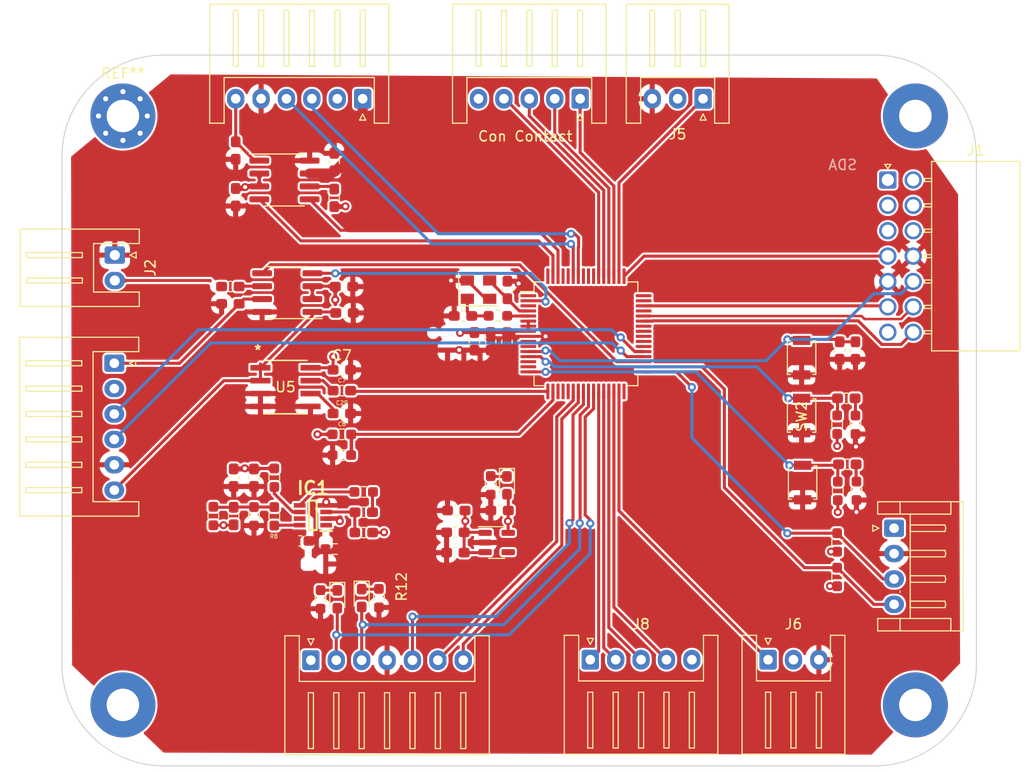
<source format=kicad_pcb>
(kicad_pcb (version 20221018) (generator pcbnew)
  (layers (0 "F.Cu" signal) (1 "In1.Cu" power) (2 "In2.Cu" signal) (31 "B.Cu" signal) (34 "B.Paste" user) (35 "F.Paste" user) (36 "B.SilkS" user "B.Silkscreen") (37 "F.SilkS" user "F.Silkscreen") (38 "B.Mask" user) (39 "F.Mask" user) (44 "Edge.Cuts" user))
  (net 0 "")
  (net 1 "GND")
  (net 2 "/STM32/Quartz 1")
  (net 3 "Net-(C2-Pad2)")
  (net 4 "NRST")
  (net 5 "+3.3V")
  (net 6 "Demarrage")
  (net 7 "Net-(C10-Pad2)")
  (net 8 "7.2V")
  (net 9 "Net-(C14-Pad1)")
  (net 10 "+5V")
  (net 11 "U1OUT1")
  (net 12 "U1OUT2")
  (net 13 "U2OUT2")
  (net 14 "User")
  (net 15 "Net-(C26-Pad2)")
  (net 16 "Rx UART LID")
  (net 17 "Tx UART LID")
  (net 18 "SCL ACC")
  (net 19 "SDA ACC")
  (net 20 "SWDIO")
  (net 21 "SWCLK")
  (net 22 "UART2_RX")
  (net 23 "UART2_TX")
  (net 26 "DEV_EN")
  (net 27 "OUT_IR1")
  (net 28 "OUT_IR2")
  (net 29 "OUT_Contact4")
  (net 30 "OUT_Contact3")
  (net 31 "OUT_Contact2")
  (net 32 "OUT_Contact1")
  (net 33 "OUT_Contact8")
  (net 34 "OUT_Contact7")
  (net 35 "OUT_Contact6")
  (net 36 "OUT_Contact5")
  (net 37 "ENCODER1")
  (net 38 "ENCODER2")
  (net 39 "ENCODER3")
  (net 40 "ENCODER4")
  (net 41 "ADC1")
  (net 42 "ADC2")
  (net 43 "PWM4")
  (net 45 "PWM1")
  (net 46 "PWM2")
  (net 55 "PWM3")
  (net 71 "Lidar_M_SCTR")
  (net 72 "Lidar_Mot_EN")
  (net 73 "/STM32/Quartz 2")
  (net 75 "Net-(IC1-VCC)")
  (net 76 "Net-(IC1-SW)")
  (net 77 "Net-(C17-Pad1)")
  (net 79 "Net-(D1-K)")
  (net 80 "Net-(D2-K)")
  (net 81 "Net-(D3-K)")
  (net 82 "Net-(IC1-PG)")
  (net 83 "Net-(IC1-BST)")
  (net 84 "Net-(IC1-EN{slash}SYNC)")
  (net 85 "Net-(IC1-FB)")
  (net 88 "/Moteur/Vref Driver 1")
  (net 89 "/Moteur/Vref Driver 2")
  (net 90 "Net-(U5-FILTER)")
  (net 91 "Net-(U5-VIOUT)")
  (net 92 "U2OUT1")
  (footprint "Resistor_SMD:R_0603_1608Metric_Pad0.98x0.95mm_HandSolder" (layer "F.Cu") (at 110.9 115.425 90)
    (fp_text reference "R8" hide)
    (fp_text value "16k" hide)
  )
  (footprint "Resistor_SMD:R_0603_1608Metric_Pad0.98x0.95mm_HandSolder" (layer "F.Cu") (at 166.3 118 -90)
    (fp_text reference "R13" hide)
    (fp_text value "1000" hide)
  )
  (footprint "Capacitor_SMD:C_0603_1608Metric_Pad1.08x0.95mm_HandSolder" (layer "F.Cu") (at 130.6 98.1925 90)
    (fp_text reference "C6" hide)
    (fp_text value "4,7 µF" hide)
  )
  (footprint "Resistor_SMD:R_0603_1608Metric_Pad0.98x0.95mm_HandSolder" (layer "F.Cu") (at 166.3 121.4 -90)
    (fp_text reference "R14" hide)
    (fp_text value "1000" hide)
  )
  (footprint "Capacitor_SMD:C_0603_1608Metric_Pad1.08x0.95mm_HandSolder" (layer "F.Cu") (at 133.07 114.855 180)
    (fp_text reference "C19" hide)
    (fp_text value "1uF/10V" hide)
  )
  (footprint "Capacitor_SMD:C_0603_1608Metric_Pad1.08x0.95mm_HandSolder" (layer "F.Cu") (at 116.8 80.5375 90)
    (fp_text reference "C22" hide)
    (fp_text value "1µf" hide)
  )
  (footprint "Package_TO_SOT_SMD:SOT-23-5" (layer "F.Cu") (at 132.7825 118.005)
    (fp_text reference "U2" hide)
    (fp_text value "MIC5317-3.3xM5" hide)
  )
  (footprint "Resistor_SMD:R_0603_1608Metric_Pad0.98x0.95mm_HandSolder" (layer "F.Cu") (at 108.9 115.425 -90)
    (fp_text reference "R9" hide)
    (fp_text value "7.68k" hide)
  )
  (footprint "Capacitor_SMD:C_0603_1608Metric_Pad1.08x0.95mm_HandSolder" (layer "F.Cu") (at 117.55 105.3)
    (fp_text reference "C8" hide)
    (fp_text value "1n" hide)
  )
  (footprint "Connector_JST:JST_XH_S2B-XH-A_1x02_P2.50mm_Horizontal" (layer "F.Cu") (at 95.2 89.7 -90)
    (fp_text reference "J2")
    (fp_text value "Conn_01x02")
  )
  (footprint "Capacitor_SMD:C_0603_1608Metric_Pad1.08x0.95mm_HandSolder" (layer "F.Cu") (at 167.3 110.3)
    (fp_text reference "C10" hide)
    (fp_text value "100nF" hide)
  )
  (footprint "Connector_JST:JST_EH_S4B-EH_1x04_P2.50mm_Horizontal" (layer "F.Cu") (at 171.9 116.6 -90)
    (fp_text reference "J4" hide)
    (fp_text value "Conn_01x04")
  )
  (footprint "Connector_Molex:Molex_Nano-Fit_105314-xx14_2x07_P2.50mm_Horizontal" (layer "F.Cu") (at 171.285 82.3)
    (fp_text reference "J1")
    (fp_text value "Conn_02x07_Odd_Even" hide)
  )
  (footprint "Button_Switch_SMD:SW_SPST_B3U-1000P" (layer "F.Cu") (at 162.8 99.8 -90)
    (fp_text reference "SW3" hide)
    (fp_text value "SW_Omron_B3FS" hide)
  )
  (footprint "Capacitor_SMD:C_0603_1608Metric_Pad1.08x0.95mm_HandSolder" (layer "F.Cu") (at 116.8 84.0625 90)
    (fp_text reference "C27" hide)
    (fp_text value "100n" hide)
  )
  (footprint "Capacitor_SMD:C_0603_1608Metric_Pad1.08x0.95mm_HandSolder" (layer "F.Cu") (at 117.7625 92.8 180)
    (fp_text reference "C23" hide)
    (fp_text value "1µf" hide)
  )
  (footprint "Capacitor_SMD:C_0603_1608Metric_Pad1.08x0.95mm_HandSolder" (layer "F.Cu") (at 108.9 111.625 -90)
    (fp_text reference "C11" hide)
    (fp_text value "22uF" hide)
  )
  (footprint "Capacitor_SMD:C_0603_1608Metric_Pad1.08x0.95mm_HandSolder" (layer "F.Cu") (at 106.575 94.495 180)
    (fp_text reference "C25" hide)
    (fp_text value "1µf" hide)
  )
  (footprint "Resistor_SMD:R_0603_1608Metric_Pad0.98x0.95mm_HandSolder" (layer "F.Cu") (at 104.9 115.4 -90)
    (fp_text reference "R10" hide)
    (fp_text value "40.2k" hide)
  )
  (footprint "LED_SMD:LED_0603_1608Metric_Pad1.05x0.95mm_HandSolder" (layer "F.Cu") (at 119.5 123.475 -90)
    (fp_text reference "D2" hide)
    (fp_text value "LED_Small" hide)
  )
  (footprint "Resistor_SMD:R_0603_1608Metric_Pad0.98x0.95mm_HandSolder" (layer "F.Cu") (at 119.7 113.025 180)
    (fp_text reference "R7" hide)
    (fp_text value "20" hide)
  )
  (footprint "Resistor_SMD:R_0603_1608Metric_Pad0.98x0.95mm_HandSolder" (layer "F.Cu") (at 166.3625 112.925 90)
    (fp_text reference "R4" hide)
    (fp_text value "4.7K" hide)
  )
  (footprint "Resistor_SMD:R_0603_1608Metric_Pad0.98x0.95mm_HandSolder" (layer "F.Cu") (at 121.2 123.4875 -90)
    (fp_text reference "R11" hide)
    (fp_text value "1000" hide)
  )
  (footprint "Connector_JST:JST_XH_S7B-XH-A_1x07_P2.50mm_Horizontal" (layer "F.Cu") (at 114.5 129.6)
    (fp_text reference "J12" hide)
    (fp_text value "Conn_01x07")
  )
  (footprint "Capacitor_SMD:C_0603_1608Metric_Pad1.08x0.95mm_HandSolder" (layer "F.Cu") (at 132.2 98.1925 90)
    (fp_text reference "C5" hide)
    (fp_text value "100 nF" hide)
  )
  (footprint "Resistor_SMD:R_0603_1608Metric_Pad0.98x0.95mm_HandSolder" (layer "F.Cu") (at 132.91 95.68 180)
    (fp_text reference "R1" hide)
    (fp_text value "10R" hide)
  )
  (footprint "" (layer "F.Cu") (at 174 134)
    (fp_text reference "")
    (fp_text value "")
  )
  (footprint "Connector_JST:JST_XH_S5B-XH-A_1x05_P2.50mm_Horizontal" (layer "F.Cu") (at 141 74.3 180)
    (fp_text reference "J9" hide)
    (fp_text value "Conn_01x05" hide)
  )
  (footprint "Capacitor_SMD:C_0603_1608Metric_Pad1.08x0.95mm_HandSolder" (layer "F.Cu") (at 133.84 93.13 -90)
    (fp_text reference "C1" hide)
    (fp_text value "10pF" hide)
  )
  (footprint "Resistor_SMD:R_0603_1608Metric_Pad0.98x0.95mm_HandSolder" (layer "F.Cu") (at 132.2 112.375 -90)
    (fp_text reference "R2" hide)
    (fp_text value "1k" hide)
  )
  (footprint "Resistor_SMD:R_0603_1608Metric_Pad0.98x0.95mm_HandSolder" (layer "F.Cu") (at 116.85 118.65)
    (fp_text reference "R6" hide)
    (fp_text value "100k" hide)
  )
  (footprint "Capacitor_SMD:C_0603_1608Metric_Pad1.08x0.95mm_HandSolder" (layer "F.Cu") (at 106.9 115.4 -90)
    (fp_text reference "C17" hide)
    (fp_text value "15pF" hide)
  )
  (footprint "Button_Switch_SMD:SW_SPST_B3U-1000P" (layer "F.Cu") (at 162.8 105.5 90)
    (fp_text reference "SW2")
    (fp_text value "SW_Omron_B3FS" hide)
  )
  (footprint "Connector_JST:JST_XH_S6B-XH-A_1x06_P2.50mm_Horizontal" (layer "F.Cu") (at 95.15 100.35 -90)
    (fp_text reference "J11" hide)
    (fp_text value "Conn_01x06")
  )
  (footprint "Resistor_SMD:R_0603_1608Metric_Pad0.98x0.95mm_HandSolder" (layer "F.Cu") (at 117.55 109.4 180)
    (fp_text reference "R20" hide)
    (fp_text value "0.5" hide)
  )
  (footprint "Capacitor_SMD:C_0603_1608Metric_Pad1.08x0.95mm_HandSolder" (layer "F.Cu") (at 119.7 115.025 180)
    (fp_text reference "C14" hide)
    (fp_text value "0.1uF" hide)
  )
  (footprint "LED_SMD:LED_0603_1608Metric_Pad1.05x0.95mm_HandSolder" (layer "F.Cu") (at 117.1 123.6 -90)
    (fp_text reference "D3" hide)
    (fp_text value "LED_Small" hide)
  )
  (footprint "Resistor_SMD:R_0603_1608Metric_Pad0.98x0.95mm_HandSolder" (layer "F.Cu") (at 166.3 106.4 90)
    (fp_text reference "R19" hide)
    (fp_text value "4.7K" hide)
  )
  (footprint "Capacitor_SMD:C_0603_1608Metric_Pad1.08x0.95mm_HandSolder" (layer "F.Cu") (at 166.55 99.1 90)
    (fp_text reference "C3" hide)
    (fp_text value "1 µF" hide)
  )
  (footprint "Capacitor_SMD:C_0603_1608Metric_Pad1.08x0.95mm_HandSolder" (layer "F.Cu") (at 133.8 98.205 90)
    (fp_text reference "C4" hide)
    (fp_text value "100 nF" hide)
  )
  (footprint "footprints:8P-SOIC_ALM" (layer "F.Cu") (at 112 102.7)
    (fp_text reference "U5")
    (fp_text value "ACS724LLCTR-05AU-T")
  )
  (footprint "Connector_JST:JST_XH_S5B-XH-A_1x05_P2.50mm_Horizontal" (layer "F.Cu") (at 142 129.55)
    (fp_text reference "J8")
    (fp_text value "Conn_01x05")
  )
  (footprint "Resistor_SMD:R_0603_1608Metric_Pad0.98x0.95mm_HandSolder" (layer "F.Cu") (at 115.45 123.6125 -90)
    (fp_text reference "R12")
    (fp_text value "1000" hide)
  )
  (footprint "Capacitor_SMD:C_0603_1608Metric_Pad1.08x0.95mm_HandSolder" (layer "F.Cu") (at 128.72 117.005 180)
    (fp_text reference "C18" hide)
    (fp_text value "1uF/10V" hide)
  )
  (footprint "Capacitor_SMD:C_0603_1608Metric_Pad1.08x0.95mm_HandSolder" (layer "F.Cu") (at 117.8125 95.395 180)
    (fp_text reference "C24" hide)
    (fp_text value "1µf" hide)
  )
  (footprint "Capacitor_SMD:C_0603_1608Metric_Pad1.08x0.95mm_HandSolder" (layer "F.Cu") (at 107.1 84 90)
    (fp_text reference "C20" hide)
    (fp_text value "1µf" hide)
  )
  (footprint "Package_SO:SOIC-8_3.9x4.9mm_P1.27mm" (layer "F.Cu") (at 112.175 93.395 180)
    (fp_text reference "U4" hide)
    (fp_text value "ZXBM5210-S" hide)
  )
  (footprint "Capacitor_SMD:C_0603_1608Metric_Pad1.08x0.95mm_HandSolder" (layer "F.Cu") (at 117.55 103.05)
    (fp_text reference "C29" hide)
    (fp_text value "10 n" hide)
  )
  (footprint "Crystal:Crystal_SMD_EuroQuartz_MT-4Pin_3.2x2.5mm" (layer "F.Cu") (at 131 93.1)
    (fp_text reference "Y1" hide)
    (fp_text value "16MHz" hide)
  )
  (footprint "Capacitor_SMD:C_0603_1608Metric_Pad1.08x0.95mm_HandSolder" (layer "F.Cu") (at 128.8075 114.855 180)
    (fp_text reference "C16" hide)
    (fp_text value "22uF" hide)
  )
  (footprint "Connector_JST:JST_XH_S3B-XH-A_1x03_P2.50mm_Horizontal" (layer "F.Cu") (at 159.5 129.55)
    (fp_text reference "J6")
    (fp_text value "Conn_01x03")
  )
  (footprint "Capacitor_SMD:C_0603_1608Metric_Pad1.08x0.95mm_HandSolder" (layer "F.Cu") (at 107.1 79.4 90)
    (fp_text reference "C21" hide)
    (fp_text value "1µf" hide)
  )
  (footprint "Resistor_SMD:R_0603_1608Metric_Pad0.98x0.95mm_HandSolder" (layer "F.Cu") (at 168.2 112.9125 -90)
    (fp_text reference "R3" hide)
    (fp_text value "100" hide)
  )
  (footprint "Capacitor_SMD:C_0603_1608Metric_Pad1.08x0.95mm_HandSolder" (layer "F.Cu") (at 168.1 99.1 90)
    (fp_text reference "C9" hide)
    (fp_text value "100nF" hide)
  )
  (footprint "Capacitor_SMD:C_0603_1608Metric_Pad1.08x0.95mm_HandSolder" (layer "F.Cu") (at 167.2 103.8)
    (fp_text reference "C26" hide)
    (fp_text value "100nF" hide)
  )
  (footprint "LED_SMD:LED_0603_1608Metric_Pad1.05x0.95mm_HandSolder" (layer "F.Cu") (at 133.8 112.375 -90)
    (fp_text reference "D1" hide)
    (fp_text value "GREEN" hide)
  )
  (footprint "Capacitor_SMD:C_0603_1608Metric_Pad1.08x0.95mm_HandSolder" (layer "F.Cu") (at 117.55 101)
    (fp_text reference "C7")
    (fp_text value "100n" hide)
  )
  (footprint "Capacitor_SMD:C_0603_1608Metric_Pad1.08x0.95mm_HandSolder" (layer "F.Cu") (at 113.45 117.85 180)
    (fp_text reference "C13" hide)
    (fp_text value "0.1uF" hide)
  )
  (footprint "Capacitor_SMD:C_0603_1608Metric_Pad1.08x0.95mm_HandSolder" (layer "F.Cu") (at 128.72 119.005 180)
    (fp_text reference "C15" hide)
    (fp_text value "22uF" hide)
  )
  (footprint "Capacitor_SMD:C_0603_1608Metric_Pad1.08x0.95mm_HandSolder" (layer "F.Cu") (at 106.575 92.795)
    (fp_text reference "C28" hide)
    (fp_text value "100n" hide)
  )
  (footprint "Resistor_SMD:R_0603_1608Metric_Pad0.98x0.95mm_HandSolder" (layer "F.Cu") (at 168.1 106.4125 -90)
    (fp_text reference "R18" hide)
    (fp_text value "100" hide)
  )
  (footprint "Resistor_SMD:R_0603_1608Metric_Pad0.98x0.95mm_HandSolder" (layer "F.Cu") (at 117.55 107.35)
    (fp_text reference "R16" hide)
    (fp_text value "0.5" hide)
  )
  (footprint "" (layer "F.Cu") (at 96 134)
    (fp_text reference "")
    (fp_text value "")
  )
  (footprint "Connector_JST:JST_XH_S3B-XH-A_1x03_P2.50mm_Horizontal" (layer "F.Cu") (at 153.1 74.3 180)
    (fp_text reference "J5")
    (fp_text value "Conn_01x03")
  )
  (footprint "Inductor_SMD:L_0603_1608Metric_Pad1.05x0.95mm_HandSolder" (layer "F.Cu") (at 119.7 117.025)
    (fp_text reference "L2" hide)
    (fp_text value "4.7uH" hide)
  )
  (footprint "Package_SO:SOIC-8_3.9x4.9mm_P1.27mm" (layer "F.Cu") (at 111.9 82.3)
    (fp_text reference "U3" hide)
    (fp_text value "ZXBM5210-S" hide)
  )
  (footprint "Capacitor_SMD:C_0603_1608Metric_Pad1.08x0.95mm_HandSolder" (layer "F.Cu") (at 129.47 95.69)
    (fp_text reference "C2" hide)
    (fp_text value "10pF" hide)
  )
  (footprint "KiCad:SOT65P280X100-8N" (layer "F.Cu") (at 114.7 115.325 180)
    (fp_text reference "IC1")
    (fp_text value "MP1475" hide)
  )
  (footprint "Connector_JST:JST_XH_S6B-XH-A_1x06_P2.50mm_Horizontal" (layer "F.Cu") (at 119.6 74.3 180)
    (fp_text reference "J10" hide)
    (fp_text value "Conn_01x06")
  )
  (footprint "Capacitor_SMD:C_0603_1608Metric_Pad1.08x0.95mm_HandSolder" (layer "F.Cu") (at 106.9 111.625 -90)
    (fp_text reference "C12" hide)
    (fp_text value "22uF" hide)
  )
  (footprint "MountingHole:MountingHole_3.2mm_M3_Pad_Via" (layer "F.Cu") (at 96 76)
    (fp_text reference "REF**")
    (fp_text value "MountingHole_3.2mm_M3_Pad_Via" hide)
  )
  (footprint "" (layer "F.Cu") (at 95 76)
    (fp_text reference "")
    (fp_text value "")
  )
  (footprint "Package_QFP:LQFP-64_10x10mm_P0.5mm" (layer "F.Cu") (at 141.575 97.45)
    (fp_text reference "U1" hide)
    (fp_text value "STM32G070RBTx" hide)
  )
  (footprint "Resistor_SMD:R_0603_1608Metric_Pad0.98x0.95mm_HandSolder" (layer "F.Cu") (at 110.9 111.625 -90)
    (fp_text reference "R5" hide)
    (fp_text value "1OOk" hide)
  )
  (footprint "Button_Switch_SMD:SW_SPST_B3U-1000P" (layer "F.Cu") (at 162.9 112.1 90)
    (fp_text reference "SW1" hide)
    (fp_text value "SW_DIP_x01" hide)
  )
  (gr_arc (start 90 80) (mid 92.928932 72.928932) (end 100 70) (stroke (width 0.1)) (layer "Edge.Cuts"))
  (gr_line (start 100 140) (end 170 140) (stroke (width 0.1)) (layer "Edge.Cuts"))
  (gr_arc (start 180 130) (mid 177.071068 137.071068) (end 170 140) (stroke (width 0.1)) (layer "Edge.Cuts"))
  (gr_line (start 180 130) (end 180 80) (stroke (width 0.1)) (layer "Edge.Cuts"))
  (gr_line (start 170 70) (end 100 70) (stroke (width 0.1)) (layer "Edge.Cuts"))
  (gr_arc (start 170 70) (mid 177.071068 72.928932) (end 180 80) (stroke (width 0.1)) (layer "Edge.Cuts"))
  (gr_line (start 90 80) (end 90 130) (stroke (width 0.1)) (layer "Edge.Cuts"))
  (gr_arc (start 100 140) (mid 92.928932 137.071068) (end 90 130) (stroke (width 0.1)) (layer "Edge.Cuts"))
  (gr_text "SDA" (at 168.35 81.4) (layer "B.SilkS") (effects (font (size 1 1)) (justify left bottom mirror)))
  (segment (start 132.1 94) (end 131.7 94) (width 0.3) (layer "F.Cu") (net 1))
  (segment (start 134.7175 92.2675) (end 134.95 92.5) (width 0.3) (layer "F.Cu") (net 1))
  (segment (start 132.2 99.055) (end 133.7875 99.055) (width 0.3) (layer "F.Cu") (net 1))
  (segment (start 129.1 99.05) (end 130.595 99.05) (width 0.3) (layer "F.Cu") (net 1))
  (segment (start 133.8 98.923959) (end 135.023959 97.7) (width 0.3) (layer "F.Cu") (net 1))
  (segment (start 168.15 107.375) (end 168.1 107.325) (width 0.3) (layer "F.Cu") (net 1))
  (segment (start 133.7875 99.055) (end 133.8 99.0675) (width 0.3) (layer "F.Cu") (net 1))
  (segment (start 168.2 115) (end 168.2 113.825) (width 0.3) (layer "F.Cu") (net 1))
  (segment (start 131.7 94) (end 129.9 92.2) (width 0.3) (layer "F.Cu") (net 1))
  (segment (start 168.15 108.5625) (end 168.15 107.375) (width 0.3) (layer "F.Cu") (net 1))
  (segment (start 130.595 99.05) (end 130.6 99.055) (width 0.3) (layer "F.Cu") (net 1))
  (segment (start 133.8 99.0675) (end 133.8 98.923959) (width 0.3) (layer "F.Cu") (net 1))
  (segment (start 135.9 97.7) (end 137.25 97.7) (width 0.3) (layer "F.Cu") (net 1))
  (segment (start 133.84 92.2675) (end 134.7175 92.2675) (width 0.3) (layer "F.Cu") (net 1))
  (segment (start 128.3 92.2) (end 129.9 92.2) (width 0.3) (layer "F.Cu") (net 1))
  (segment (start 135.023959 97.7) (end 135.9 97.7) (width 0.3) (layer "F.Cu") (net 1))
  (segment (start 130.6 99.055) (end 132.2 99.055) (width 0.3) (layer "F.Cu") (net 1))
  (via micro (at 137.6 97.7) (size 0.8) (drill 0.4) (layers "F.Cu" "In1.Cu") (net 1))
  (via micro (at 116 114.025) (size 0.8) (drill 0.4) (layers "F.Cu" "In1.Cu") (net 1))
  (via micro (at 134.95 92.5) (size 0.8) (drill 0.4) (layers "F.Cu" "In1.Cu") (net 1))
  (via micro (at 168.2 115) (size 0.8) (drill 0.4) (layers "F.Cu" "In1.Cu") (net 1))
  (via micro (at 129.1 99.05) (size 0.8) (drill 0.4) (layers "F.Cu" "In1.Cu") (net 1))
  (via micro (at 128.3 92.2) (size 0.8) (drill 0.4) (layers "F.Cu" "In1.Cu") (net 1))
  (via micro (at 168.15 108.5625) (size 0.8) (drill 0.4) (layers "F.Cu" "In1.Cu") (net 1))
  (segment (start 133.84 94.016041) (end 133.84 93.9925) (width 0.3) (layer "F.Cu") (net 2))
  (segment (start 133.84 94.268541) (end 133.84 93.9925) (width 0.3) (layer "F.Cu") (net 2))
  (segment (start 135.9 95.2) (end 135.023959 95.2) (width 0.3) (layer "F.Cu") (net 2))
  (segment (start 135.023959 95.2) (end 133.84 94.016041) (width 0.3) (layer "F.Cu") (net 2))
  (segment (start 132.1 92.2525) (end 133.84 93.9925) (width 0.3) (layer "F.Cu") (net 2))
  (segment (start 132.1 92.2) (end 132.1 92.2525) (width 0.3) (layer "F.Cu") (net 2))
  (segment (start 129.9 95.2575) (end 130.3325 95.69) (width 0.3) (layer "F.Cu") (net 3))
  (segment (start 129.9 94) (end 129.9 95.2575) (width 0.3) (layer "F.Cu") (net 3))
  (segment (start 131.9875 95.69) (end 131.9975 95.68) (width 0.3) (layer "F.Cu") (net 3))
  (segment (start 130.3325 95.69) (end 131.9875 95.69) (width 0.3) (layer "F.Cu") (net 3))
  (segment (start 166.55 98.2375) (end 168.1 98.2375) (width 0.3) (layer "F.Cu") (net 4))
  (segment (start 166.3125 98) (end 166.55 98.2375) (width 0.3) (layer "F.Cu") (net 4))
  (segment (start 162.7 98) (end 162.8 98.1) (width 0.5) (layer "F.Cu") (net 4))
  (segment (start 161.4 98) (end 166.3125 98) (width 0.3) (layer "F.Cu") (net 4))
  (segment (start 137.5 99.2) (end 135.9 99.2) (width 0.3) (layer "F.Cu") (net 4))
  (segment (start 137.6 99.1) (end 137.5 99.2) (width 0.3) (layer "F.Cu") (net 4))
  (segment (start 161.4 98) (end 162.7 98) (width 0.5) (layer "F.Cu") (net 4))
  (via (at 137.6 99.1) (size 0.8) (drill 0.4) (layers "F.Cu" "B.Cu") (net 4))
  (via (at 161.4 98) (size 0.8) (drill 0.4) (layers "F.Cu" "B.Cu") (net 4))
  (segment (start 139 100.1) (end 138 99.1) (width 0.3) (layer "B.Cu") (net 4))
  (segment (start 161.4 98) (end 165.4 98) (width 0.3) (layer "B.Cu") (net 4))
  (segment (start 161.4 98) (end 159.3 100.1) (width 0.3) (layer "B.Cu") (net 4))
  (segment (start 159.3 100.1) (end 139 100.1) (width 0.3) (layer "B.Cu") (net 4))
  (segment (start 165.4 98) (end 169.9 93.5) (width 0.3) (layer "B.Cu") (net 4))
  (segment (start 169.9 93.5) (end 172.585 93.5) (width 0.3) (layer "B.Cu") (net 4))
  (segment (start 172.585 93.5) (end 173.785 92.3) (width 0.3) (layer "B.Cu") (net 4))
  (segment (start 133.92 117.055) (end 133.92 115.92) (width 0.3) (layer "F.Cu") (net 5))
  (segment (start 135.9 96.2) (end 135.9 96.7) (width 0.3) (layer "F.Cu") (net 5))
  (segment (start 130.6 97.33) (end 129.225 97.33) (width 0.3) (layer "F.Cu") (net 5))
  (segment (start 114.4638 100.795) (end 116.4825 100.795) (width 0.3) (layer "F.Cu") (net 5))
  (segment (start 133.9325 113.3825) (end 133.8 113.25) (width 0.3) (layer "F.Cu") (net 5))
  (segment (start 129.225 97.33) (end 129.1875 97.3675) (width 0.3) (layer "F.Cu") (net 5))
  (segment (start 133.9 115.9) (end 133.92 115.88) (width 0.3) (layer "F.Cu") (net 5))
  (segment (start 116.4825 100.795) (end 116.6875 101) (width 0.3) (layer "F.Cu") (net 5))
  (segment (start 133.9425 97.2) (end 135.9 97.2) (width 0.3) (layer "F.Cu") (net 5))
  (segment (start 116.6875 101) (end 116.6875 99.7125) (width 0.3) (layer "F.Cu") (net 5))
  (segment (start 133.92 115.88) (end 133.92 114.8675) (width 0.3) (layer "F.Cu") (net 5))
  (segment (start 133.7875 97.33) (end 133.8 97.3425) (width 0.3) (layer "F.Cu") (net 5))
  (segment (start 133.8 97.3425) (end 133.9425 97.2) (width 0.3) (layer "F.Cu") (net 5))
  (segment (start 133.92 115.92) (end 133.9 115.9) (width 0.3) (layer "F.Cu") (net 5))
  (segment (start 130.6 97.33) (end 132.2 97.33) (width 0.3) (layer "F.Cu") (net 5))
  (segment (start 166.3 107.3125) (end 166.3 108.5) (width 0.3) (layer "F.Cu") (net 5))
  (segment (start 133.92 114.8675) (end 133.9325 114.855) (width 0.3) (layer "F.Cu") (net 5))
  (segment (start 166.3625 113.8375) (end 166.3625 115.0125) (width 0.3) (layer "F.Cu") (net 5))
  (segment (start 132.2 97.33) (end 133.7875 97.33) (width 0.3) (layer "F.Cu") (net 5))
  (segment (start 135.9 96.7) (end 135.9 97.2) (width 0.3) (layer "F.Cu") (net 5))
  (segment (start 133.9325 114.855) (end 133.9325 113.3825) (width 0.3) (layer "F.Cu") (net 5))
  (segment (start 116.6875 99.7125) (end 116.7 99.7) (width 0.3) (layer "F.Cu") (net 5))
  (via micro (at 133.9 115.9) (size 0.8) (drill 0.4) (layers "F.Cu" "In2.Cu") (net 5))
  (via micro (at 129.1875 97.3675) (size 0.8) (drill 0.4) (layers "F.Cu" "In2.Cu") (net 5))
  (via micro (at 166.3 108.5) (size 0.8) (drill 0.4) (layers "F.Cu" "In2.Cu") (net 5))
  (via micro (at 116.7 99.7) (size 0.8) (drill 0.4) (layers "F.Cu" "In2.Cu") (net 5))
  (via micro (at 165.7 118.9) (size 0.8) (drill 0.4) (layers "F.Cu" "In2.Cu") (net 5))
  (via micro (at 165.6 122.3) (size 0.8) (drill 0.4) (layers "F.Cu" "In2.Cu") (net 5))
  (via micro (at 166.3625 115.0125) (size 0.8) (drill 0.4) (layers "F.Cu" "In2.Cu") (net 5))
  (segment (start 162.9 110.4) (end 161.6 110.4) (width 0.3) (layer "F.Cu") (net 6))
  (segment (start 166.3625 110.375) (end 166.4375 110.3) (width 0.3) (layer "F.Cu") (net 6))
  (segment (start 162.9 110.4) (end 166.3375 110.4) (width 0.3) (layer "F.Cu") (net 6))
  (segment (start 161.6 110.4) (end 161.7 110.4) (width 0.3) (layer "F.Cu") (net 6))
  (segment (start 166.3625 112.0125) (end 166.3625 110.375) (width 0.3) (layer "F.Cu") (net 6))
  (segment (start 166.3375 110.4) (end 166.4375 110.3) (width 0.3) (layer "F.Cu") (net 6))
  (segment (start 137.6 101.2) (end 135.9 101.2) (width 0.3) (layer "F.Cu") (net 6))
  (via (at 161.6 110.4) (size 0.8) (drill 0.4) (layers "F.Cu" "B.Cu") (net 6))
  (via (at 137.6 101.2) (size 0.8) (drill 0.4) (layers "F.Cu" "B.Cu") (net 6))
  (segment (start 137.9 101.2) (end 152.4 101.2) (width 0.3) (layer "B.Cu") (net 6))
  (segment (start 152.4 101.2) (end 161.6 110.4) (width 0.3) (layer "B.Cu") (net 6))
  (segment (start 168.1625 111.9625) (end 168.2 112) (width 0.3) (layer "F.Cu") (net 7))
  (segment (start 168.1625 110.3) (end 168.1625 111.9625) (width 0.3) (layer "F.Cu") (net 7))
  (segment (start 117.35 115.9) (end 117.1 115.65) (width 0.3) (layer "F.Cu") (net 8))
  (segment (start 108 110.7) (end 108.8375 110.7) (width 0.3) (layer "F.Cu") (net 8))
  (segment (start 115.15 107.35) (end 116.6375 107.35) (width 0.3) (layer "F.Cu") (net 8))
  (segment (start 108.8375 110.7) (end 108.9 110.7625) (width 0.3) (layer "F.Cu") (net 8))
  (segment (start 108.025 83) (end 109.36 83) (width 0.3) (layer "F.Cu") (net 8))
  (segment (start 116.86 92.76) (end 116.9 92.8) (width 0.3) (layer "F.Cu") (net 8))
  (segment (start 107.1 83.1375) (end 107.8875 83.1375) (width 0.3) (layer "F.Cu") (net 8))
  (segment (start 117.1 115.65) (end 116 115.65) (width 0.3) (layer "F.Cu") (net 8))
  (segment (start 110.9 110.7125) (end 108.95 110.7125) (width 0.3) (layer "F.Cu") (net 8))
  (segment (start 107.9375 110.7625) (end 108 110.7) (width 0.3) (layer "F.Cu") (net 8))
  (segment (start 107.8875 83.1375) (end 108.025 83) (width 0.3) (layer "F.Cu") (net 8))
  (segment (start 109.36 83) (end 109.425 82.935) (width 0.3) (layer "F.Cu") (net 8))
  (segment (start 116.9 94.1) (end 116.9 92.8) (width 0.3) (layer "F.Cu") (net 8))
  (segment (start 108.95 110.7125) (end 108.9 110.7625) (width 0.3) (layer "F.Cu") (net 8))
  (segment (start 106.9 110.7625) (end 107.9375 110.7625) (width 0.3) (layer "F.Cu") (net 8))
  (segment (start 109.425 81.665) (end 109.425 82.935) (width 0.3) (layer "F.Cu") (net 8))
  (via micro (at 116.9 94.1) (size 0.8) (drill 0.4) (layers "F.Cu" "In2.Cu") (net 8))
  (via micro (at 115.15 107.35) (size 0.8) (drill 0.4) (layers "F.Cu" "In2.Cu") (net 8))
  (via micro (at 108 110.7) (size 0.8) (drill 0.4) (layers "F.Cu" "In2.Cu") (net 8))
  (via micro (at 117.35 115.9) (size 0.8) (drill 0.4) (layers "F.Cu" "In2.Cu") (net 8))
  (via micro (at 108.025 83) (size 0.8) (drill 0.4) (layers "F.Cu" "In2.Cu") (net 8))
  (segment (start 120.5625 115.025) (end 120.5625 113.075) (width 0.3) (layer "F.Cu") (net 9))
  (segment (start 120.5625 113.075) (end 120.6125 113.025) (width 0.3) (layer "F.Cu") (net 9))
  (segment (start 129.5825 119.005) (end 131.595 119.005) (width 0.3) (layer "F.Cu") (net 10))
  (segment (start 129.67 116.9175) (end 129.5825 117.005) (width 0.3) (layer "F.Cu") (net 10))
  (segment (start 105.9 116.3) (end 106.8625 116.3) (width 0.3) (layer "F.Cu") (net 10))
  (segment (start 106.8625 116.3) (end 106.9 116.2625) (width 0.3) (layer "F.Cu") (net 10))
  (segment (start 129.67 114.855) (end 129.67 116.9175) (width 0.3) (layer "F.Cu") (net 10))
  (segment (start 117.875 84.925) (end 117.9 84.9) (width 0.3) (layer "F.Cu") (net 10))
  (segment (start 120.575 117.025) (end 121.675 117.025) (width 0.3) (layer "F.Cu") (net 10))
  (segment (start 131.595 117.005) (end 131.645 117.055) (width 0.3) (layer "F.Cu") (net 10))
  (segment (start 129.5825 117.005) (end 131.595 117.005) (width 0.3) (layer "F.Cu") (net 10))
  (segment (start 129.5825 117.005) (end 129.5825 119.005) (width 0.3) (layer "F.Cu") (net 10))
  (segment (start 105.8875 116.3125) (end 105.9 116.3) (width 0.3) (layer "F.Cu") (net 10))
  (segment (start 131.595 119.005) (end 131.645 118.955) (width 0.3) (layer "F.Cu") (net 10))
  (segment (start 104.9 116.3125) (end 105.8875 116.3125) (width 0.3) (layer "F.Cu") (net 10))
  (segment (start 121.675 117.025) (end 121.7 117) (width 0.3) (layer "F.Cu") (net 10))
  (segment (start 116.8 84.925) (end 117.875 84.925) (width 0.3) (layer "F.Cu") (net 10))
  (via micro (at 129.7 115.9) (size 0.8) (drill 0.4) (layers "F.Cu" "In2.Cu") (net 10))
  (via micro (at 117.9 84.9) (size 0.8) (drill 0.4) (layers "F.Cu" "In2.Cu") (net 10))
  (via micro (at 105.9 116.3) (size 0.8) (drill 0.4) (layers "F.Cu" "In2.Cu") (net 10))
  (via micro (at 121.7 117) (size 0.8) (drill 0.4) (layers "F.Cu" "In2.Cu") (net 10))
  (segment (start 107.1 74.3) (end 107.1 78.5375) (width 0.3) (layer "F.Cu") (net 11))
  (segment (start 109.425 80.395) (end 108.9575 80.395) (width 0.3) (layer "F.Cu") (net 11))
  (segment (start 108.9575 80.395) (end 107.1 78.5375) (width 0.3) (layer "F.Cu") (net 11))
  (segment (start 119.6 78.738325) (end 119.6 74.3) (width 1) (layer "F.Cu") (net 12))
  (segment (start 116.8 81.4) (end 116.938325 81.4) (width 1) (layer "F.Cu") (net 12))
  (segment (start 114.375 81.665) (end 116.535 81.665) (width 1) (layer "F.Cu") (net 12))
  (segment (start 116.938325 81.4) (end 119.6 78.738325) (width 1) (layer "F.Cu") (net 12))
  (segment (start 116.535 81.665) (end 116.8 81.4) (width 1) (layer "F.Cu") (net 12))
  (segment (start 107.9025 94.03) (end 107.4375 94.495) (width 0.3) (layer "F.Cu") (net 13))
  (segment (start 101.5825 100.35) (end 95.15 100.35) (width 0.3) (layer "F.Cu") (net 13))
  (segment (start 109.7 94.03) (end 107.9025 94.03) (width 0.3) (layer "F.Cu") (net 13))
  (segment (start 107.4375 94.495) (end 101.5825 100.35) (width 0.3) (layer "F.Cu") (net 13))
  (segment (start 137.6 100.2) (end 137.1 99.7) (width 0.3) (layer "F.Cu") (net 14))
  (segment (start 166.3375 103.8) (end 166.3375 105.45) (width 0.3) (layer "F.Cu") (net 14))
  (segment (start 161.5 103.8) (end 161.6 103.8) (width 0.3) (layer "F.Cu") (net 14))
  (segment (start 166.25 105.4375) (end 166.3 105.4875) (width 0.3) (layer "F.Cu") (net 14))
  (segment (start 162.8 103.8) (end 166.3375 103.8) (width 0.3) (layer "F.Cu") (net 14))
  (segment (start 135.9 99.7) (end 137.1 99.7) (width 0.3) (layer "F.Cu") (net 14))
  (segment (start 166.3125 103.825) (end 166.3375 103.8) (width 0.3) (layer "F.Cu") (net 14))
  (segment (start 162.8 103.8) (end 161.5 103.8) (width 0.3) (layer "F.Cu") (net 14))
  (segment (start 166.3375 105.45) (end 166.3 105.4875) (width 0.3) (layer "F.Cu") (net 14))
  (via (at 137.6 100.2) (size 0.8) (drill 0.4) (layers "F.Cu" "B.Cu") (net 14))
  (via (at 161.5 103.8) (size 0.8) (drill 0.4) (layers "F.Cu" "B.Cu") (net 14))
  (segment (start 137.9 100.2) (end 137.960661 100.2) (width 0.3) (layer "B.Cu") (net 14))
  (segment (start 158.4 100.7) (end 161.5 103.8) (width 0.3) (layer "B.Cu") (net 14))
  (segment (start 138.460661 100.7) (end 158.4 100.7) (width 0.3) (layer "B.Cu") (net 14))
  (segment (start 137.960661 100.2) (end 138.460661 100.7) (width 0.3) (layer "B.Cu") (net 14))
  (segment (start 168.1 105.5) (end 168.1 103.8375) (width 0.3) (layer "F.Cu") (net 15))
  (segment (start 168.1 103.8375) (end 168.0625 103.8) (width 0.3) (layer "F.Cu") (net 15))
  (segment (start 141 105.447359) (end 141.825 104.622359) (width 0.3) (layer "F.Cu") (net 16))
  (segment (start 140.959474 116.105655) (end 141 116.065129) (width 0.3) (layer "F.Cu") (net 16))
  (segment (start 119.5 124.35) (end 119.5 126) (width 0.3) (layer "F.Cu") (net 16))
  (segment (start 141 116.065129) (end 141 105.447359) (width 0.3) (layer "F.Cu") (net 16))
  (segment (start 119.5 126) (end 119.6 126.1) (width 0.3) (layer "F.Cu") (net 16))
  (segment (start 119.5 129.6) (end 119.5 126.2) (width 0.3) (layer "F.Cu") (net 16))
  (segment (start 141.825 104.622359) (end 141.825 103.125) (width 0.3) (layer "F.Cu") (net 16))
  (segment (start 119.5 126.2) (end 119.6 126.1) (width 0.3) (layer "F.Cu") (net 16))
  (via (at 140.959474 116.105655) (size 0.8) (drill 0.4) (layers "F.Cu" "B.Cu") (net 16))
  (via (at 119.6 126.1) (size 0.8) (drill 0.4) (layers "F.Cu" "B.Cu") (net 16))
  (segment (start 119.6 126.1) (end 119.7 126.1) (width 0.3) (layer "B.Cu") (net 16))
  (segment (start 140.959474 116.105655) (end 140.959474 118.640526) (width 0.3) (layer "B.Cu") (net 16))
  (segment (start 140.959474 118.640526) (end 133.5 126.1) (width 0.3) (layer "B.Cu") (net 16))
  (segment (start 133.5 126.1) (end 119.6 126.1) (width 0.3) (layer "B.Cu") (net 16))
  (segment (start 117.1 124.475) (end 117.1 127) (width 0.3) (layer "F.Cu") (net 17))
  (segment (start 141.5 105.654465) (end 142.325 104.829465) (width 0.3) (layer "F.Cu") (net 17))
  (segment (start 117.1 127) (end 117 127.1) (width 0.3) (layer "F.Cu") (net 17))
  (segment (start 142.325 104.829465) (end 142.325 103.125) (width 0.3) (layer "F.Cu") (net 17))
  (segment (start 141.5 115.286228) (end 141.5 105.654465) (width 0.3) (layer "F.Cu") (net 17))
  (segment (start 141.993004 115.779232) (end 141.5 115.286228) (width 0.3) (layer "F.Cu") (net 17))
  (segment (start 141.993004 116.132079) (end 141.993004 115.779232) (width 0.3) (layer "F.Cu") (net 17))
  (segment (start 117 129.6) (end 117 127.1) (width 0.3) (layer "F.Cu") (net 17))
  (via (at 141.993004 116.132079) (size 0.8) (drill 0.4) (layers "F.Cu" "B.Cu") (net 17))
  (via (at 117 127.1) (size 0.8) (drill 0.4) (layers "F.Cu" "B.Cu") (net 17))
  (segment (start 141.993004 119.106996) (end 134 127.1) (width 0.3) (layer "B.Cu") (net 17))
  (segment (start 134 127.1) (end 117 127.1) (width 0.3) (layer "B.Cu") (net 17))
  (segment (start 141.993004 116.132079) (end 141.993004 119.106996) (width 0.3) (layer "B.Cu") (net 17))
  (segment (start 161.4 117.1) (end 161.4 117) (width 0.3) (layer "F.Cu") (net 18))
  (segment (start 151.992894 102.7) (end 152 102.7) (width 0.3) (layer "F.Cu") (net 18))
  (segment (start 166.3 117.0875) (end 170.8125 121.6) (width 0.3) (layer "F.Cu") (net 18))
  (segment (start 166.3 117.0875) (end 161.5 117.0875) (width 0.3) (layer "F.Cu") (net 18))
  (segment (start 161.4 117) (end 161.3 117.1) (width 0.3) (layer "F.Cu") (net 18))
  (segment (start 170.8125 121.6) (end 171.9 121.6) (width 0.3) (layer "F.Cu") (net 18))
  (segment (start 161.3125 117.0875) (end 161.3 117.1) (width 0.3) (layer "F.Cu") (net 18))
  (segment (start 150.492894 101.2) (end 151.992894 102.7) (width 0.3) (layer "F.Cu") (net 18))
  (segment (start 152 102.7) (end 152 102.707106) (width 0.3) (layer "F.Cu") (net 18))
  (segment (start 152 102.707106) (end 151.946447 102.653553) (width 0.3) (layer "F.Cu") (net 18))
  (segment (start 161.3 117.1) (end 161.4 117.1) (width 0.3) (layer "F.Cu") (net 18))
  (segment (start 147.25 101.2) (end 150.492894 101.2) (width 0.3) (layer "F.Cu") (net 18))
  (via (at 161.4 117.1) (size 0.8) (drill 0.4) (layers "F.Cu" "B.Cu") (net 18))
  (via (at 152 102.7) (size 0.8) (drill 0.4) (layers "F.Cu" "B.Cu") (net 18))
  (segment (start 152 107.7) (end 152 102.7) (width 0.3) (layer "B.Cu") (net 18))
  (segment (start 161.4 117.1) (end 152 107.7) (width 0.3) (layer "B.Cu") (net 18))
  (segment (start 155.2 112.6) (end 155.2 102.9) (width 0.3) (layer "F.Cu") (net 19))
  (segment (start 166.3 120.4875) (end 163.0875 120.4875) (width 0.3) (layer "F.Cu") (net 19))
  (segment (start 166.3 120.4875) (end 169.9125 124.1) (width 0.3) (layer "F.Cu") (net 19))
  (segment (start 155.2 102.9) (end 153 100.7) (width 0.3) (layer "F.Cu") (net 19))
  (segment (start 169.9125 124.1) (end 171.9 124.1) (width 0.3) (layer "F.Cu") (net 19))
  (segment (start 163.0875 120.4875) (end 155.2 112.6) (width 0.3) (layer "F.Cu") (net 19))
  (segment (start 153 100.7) (end 147.25 100.7) (width 0.3) (layer "F.Cu") (net 19))
  (segment (start 147.3 89.8) (end 145.325 91.775) (width 0.3) (layer "F.Cu") (net 20))
  (segment (start 171.285 89.8) (end 147.3 89.8) (width 0.3) (layer "F.Cu") (net 20))
  (segment (start 171.285 94.8) (end 171.185 94.7) (width 0.3) (layer "F.Cu") (net 21))
  (segment (start 171.185 94.7) (end 147.25 94.7) (width 0.3) (layer "F.Cu") (net 21))
  (segment (start 172.585 96) (end 169 96) (width 0.25) (layer "F.Cu") (net 22))
  (segment (start 169 96) (end 168.7 95.7) (width 0.25) (layer "F.Cu") (net 22))
  (segment (start 172.585 96) (end 173.785 94.8) (width 0.25) (layer "F.Cu") (net 22))
  (segment (start 168.7 95.7) (end 147.25 95.7) (width 0.25) (layer "F.Cu") (net 22))
  (segment (start 172.585 98.5) (end 173.785 97.3) (width 0.3) (layer "F.Cu") (net 23))
  (segment (start 170.7 98.5) (end 172.585 98.5) (width 0.3) (layer "F.Cu") (net 23))
  (segment (start 148.126041 96.2) (end 148.151041 96.175) (width 0.3) (layer "F.Cu") (net 23))
  (segment (start 147.25 96.2) (end 148.126041 96.2) (width 0.3) (layer "F.Cu") (net 23))
  (segment (start 168.375 96.175) (end 170.7 98.5) (width 0.3) (layer "F.Cu") (net 23))
  (segment (start 148.151041 96.175) (end 168.375 96.175) (width 0.3) (layer "F.Cu") (net 23))
  (segment (start 138.7 105.626041) (end 140.325 104.001041) (width 0.3) (layer "F.Cu") (net 26))
  (segment (start 127 129.6) (end 138.7 117.9) (width 0.3) (layer "F.Cu") (net 26))
  (segment (start 138.7 117.9) (end 138.7 105.626041) (width 0.3) (layer "F.Cu") (net 26))
  (segment (start 140.325 104.001041) (end 140.325 103.125) (width 0.3) (layer "F.Cu") (net 26))
  (segment (start 153.1 74.3) (end 144.825 82.575) (width 0.3) (layer "F.Cu") (net 27))
  (segment (start 144.825 82.575) (end 144.825 91.775) (width 0.3) (layer "F.Cu") (net 27))
  (segment (start 159.5 129.55) (end 144.825 114.875) (width 0.3) (layer "F.Cu") (net 28))
  (segment (start 144.825 114.875) (end 144.825 103.125) (width 0.3) (layer "F.Cu") (net 28))
  (segment (start 144.325 103.125) (end 144.325 124.375) (width 0.3) (layer "F.Cu") (net 29))
  (segment (start 144.325 124.375) (end 149.5 129.55) (width 0.3) (layer "F.Cu") (net 29))
  (segment (start 143.825 103.125) (end 143.825 126.375) (width 0.3) (layer "F.Cu") (net 30))
  (segment (start 143.825 126.375) (end 147 129.55) (width 0.3) (layer "F.Cu") (net 30))
  (segment (start 143.325 128.375) (end 143.325 103.125) (width 0.3) (layer "F.Cu") (net 31))
  (segment (start 144.5 129.55) (end 143.325 128.375) (width 0.3) (layer "F.Cu") (net 31))
  (segment (start 142.825 128.725) (end 142.825 103.125) (width 0.3) (layer "F.Cu") (net 32))
  (segment (start 142 129.55) (end 142.825 128.725) (width 0.3) (layer "F.Cu") (net 32))
  (segment (start 141 79.578682) (end 144.060659 82.639341) (width 0.3) (layer "F.Cu") (net 33))
  (segment (start 141 74.3) (end 141 79.578682) (width 0.3) (layer "F.Cu") (net 33))
  (segment (start 144.325 82.903682) (end 144.060659 82.639341) (width 0.3) (layer "F.Cu") (net 33))
  (segment (start 144.325 91.775) (end 144.325 82.903682) (width 0.3) (layer "F.Cu") (net 33))
  (segment (start 138.5 77.785788) (end 143.507106 82.792894) (width 0.3) (layer "F.Cu") (net 34))
  (segment (start 143.825 83.110788) (end 143.507106 82.792894) (width 0.3) (layer "F.Cu") (net 34))
  (segment (start 143.825 91.775) (end 143.825 83.110788) (width 0.3) (layer "F.Cu") (net 34))
  (segment (start 138.5 74.3) (end 138.5 77.785788) (width 0.3) (layer "F.Cu") (net 34))
  (segment (start 143.325 83.317894) (end 142.853553 82.846447) (width 0.3) (layer "F.Cu") (net 35))
  (segment (start 136 74.3) (end 136 75.992894) (width 0.3) (layer "F.Cu") (net 35))
  (segment (start 143.325 91.775) (end 143.325 83.317894) (width 0.3) (layer "F.Cu") (net 35))
  (segment (start 136 75.992894) (end 142.853553 82.846447) (width 0.3) (layer "F.Cu") (net 35))
  (segment (start 133.5 74.3) (end 133.6 74.3) (width 0.3) (layer "F.Cu") (net 36))
  (segment (start 133.6 74.3) (end 142.1 82.8) (width 0.3) (layer "F.Cu") (net 36))
  (segment (start 142.825 83.525) (end 142.1 82.8) (width 0.3) (layer "F.Cu") (net 36))
  (segment (start 142.825 91.775) (end 142.825 83.525) (width 0.3) (layer "F.Cu") (net 36))
  (segment (start 140.85 88.910661) (end 140.825 88.935661) (width 0.3) (layer "F.Cu") (net 37))
  (segment (start 140.85 87.989339) (end 140.85 88.910661) (width 0.3) (layer "F.Cu") (net 37))
  (segment (start 140.825 88.935661) (end 140.825 91.775) (width 0.3) (layer "F.Cu") (net 37))
  (segment (start 140.460661 87.6) (end 140.85 87.989339) (width 0.3) (layer "F.Cu") (net 37))
  (segment (start 140.1 87.6) (end 140.460661 87.6) (width 0.3) (layer "F.Cu") (net 37))
  (via (at 140.1 87.6) (size 0.8) (drill 0.4) (layers "F.Cu" "B.Cu") (net 37))
  (segment (start 140.1 87.6) (end 127.05 87.6) (width 0.3) (layer "B.Cu") (net 37))
  (segment (start 127.05 87.6) (end 114.6 75.15) (width 0.3) (layer "B.Cu") (net 37))
  (segment (start 114.6 75.15) (end 114.6 74.3) (width 0.3) (layer "B.Cu") (net 37))
  (segment (start 140.325 88.825) (end 140.325 91.775) (width 0.3) (layer "F.Cu") (net 38))
  (segment (start 140.1 88.6) (end 140.325 88.825) (width 0.3) (layer "F.Cu") (net 38))
  (via (at 140.1 88.6) (size 0.8) (drill 0.4) (layers "F.Cu" "B.Cu") (net 38))
  (segment (start 140.1 88.6) (end 126.4 88.6) (width 0.3) (layer "B.Cu") (net 38))
  (segment (start 126.4 88.6) (end 112.1 74.3) (width 0.3) (layer "B.Cu") (net 38))
  (segment (start 144.85 97.8) (end 145.076041 98.026041) (width 0.3) (layer "F.Cu") (net 39))
  (segment (start 146.373959 99.2) (end 147.25 99.2) (width 0.3) (layer "F.Cu") (net 39))
  (segment (start 145.076041 98.026041) (end 145.2 98.026041) (width 0.3) (layer "F.Cu") (net 39))
  (segment (start 145.2 98.026041) (end 146.373959 99.2) (width 0.3) (layer "F.Cu") (net 39))
  (via (at 145 97.8) (size 0.8) (drill 0.4) (layers "F.Cu" "B.Cu") (net 39))
  (segment (start 144.1 97.05) (end 103.45 97.05) (width 0.3) (layer "B.Cu") (net 39))
  (segment (start 103.45 97.05) (end 95.15 105.35) (width 0.3) (layer "B.Cu") (net 39))
  (segment (start 144.85 97.8) (end 144.1 97.05) (width 0.3) (layer "B.Cu") (net 39))
  (segment (start 145 99.1) (end 144.9 99.1) (width 0.3) (layer "F.Cu") (net 40))
  (segment (start 144.9 99) (end 145 99.1) (width 0.3) (layer "F.Cu") (net 40))
  (segment (start 144.9 99.1) (end 144.9 99) (width 0.3) (layer "F.Cu") (net 40))
  (segment (start 147.25 99.7) (end 145.6 99.7) (width 0.3) (layer "F.Cu") (net 40))
  (segment (start 145.6 99.7) (end 145 99.1) (width 0.3) (layer "F.Cu") (net 40))
  (via (at 145 99.1) (size 0.8) (drill 0.4) (layers "F.Cu" "B.Cu") (net 40))
  (segment (start 144.15 98.35) (end 104.65 98.35) (width 0.3) (layer "B.Cu") (net 40))
  (segment (start 144.9 99.1) (end 144.15 98.35) (width 0.3) (layer "B.Cu") (net 40))
  (segment (start 104.65 98.35) (end 95.15 107.85) (width 0.3) (layer "B.Cu") (net 40))
  (segment (start 118.4125 103.05) (end 118.4875 103.125) (width 0.3) (layer "F.Cu") (net 41))
  (segment (start 118.4875 103.125) (end 137.825 103.125) (width 0.3) (layer "F.Cu") (net 41))
  (segment (start 118.5125 108.95) (end 118.5125 107.4) (width 0.3) (layer "F.Cu") (net 42))
  (segment (start 138.325 104.001041) (end 138.325 103.125) (width 0.3) (layer "F.Cu") (net 42))
  (segment (start 118.4625 107.35) (end 134.976041 107.35) (width 0.3) (layer "F.Cu") (net 42))
  (segment (start 118.5125 107.4) (end 118.4625 107.35) (width 0.3) (layer "F.Cu") (net 42))
  (segment (start 134.976041 107.35) (end 138.325 104.001041) (width 0.3) (layer "F.Cu") (net 42))
  (segment (start 118.4625 107.35) (end 118.4625 109.4) (width 0.3) (layer "F.Cu") (net 42))
  (segment (start 118.5125 108.95) (end 118.5125 108.85) (width 0.3) (layer "F.Cu") (net 42))
  (segment (start 144.6 100.2) (end 147.25 100.2) (width 0.3) (layer "F.Cu") (net 43))
  (segment (start 109.7 91.49) (end 110.54 90.65) (width 0.3) (layer "F.Cu") (net 43))
  (segment (start 135.05 90.65) (end 144.6 100.2) (width 0.3) (layer "F.Cu") (net 43))
  (segment (start 110.54 90.65) (end 135.05 90.65) (width 0.3) (layer "F.Cu") (net 43))
  (segment (start 136.9 88.3) (end 113.52 88.3) (width 0.3) (layer "F.Cu") (net 45))
  (segment (start 138.325 89.725) (end 136.9 88.3) (width 0.3) (layer "F.Cu") (net 45))
  (segment (start 113.52 88.3) (end 109.425 84.205) (width 0.3) (layer "F.Cu") (net 45))
  (segment (start 138.325 91.775) (end 138.325 89.725) (width 0.3) (layer "F.Cu") (net 45))
  (segment (start 117.42 87.25) (end 136.85 87.25) (width 0.3) (layer "F.Cu") (net 46))
  (segment (start 114.375 84.205) (end 117.42 87.25) (width 0.3) (layer "F.Cu") (net 46))
  (segment (start 136.85 87.25) (end 138.825 89.225) (width 0.3) (layer "F.Cu") (net 46))
  (segment (start 138.825 89.225) (end 138.825 91.775) (width 0.3) (layer "F.Cu") (net 46))
  (segment (start 135.9 94.2) (end 137.540046 94.2) (width 0.3) (layer "F.Cu") (net 55))
  (segment (start 137.540046 94.2) (end 137.620023 94.279977) (width 0.3) (layer "F.Cu") (net 55))
  (segment (start 116.89 91.49) (end 116.9 91.5) (width 0.3) (layer "F.Cu") (net 55))
  (segment (start 116.6 91.5) (end 116.59 91.49) (width 0.3) (layer "F.Cu") (net 55))
  (segment (start 114.65 91.49) (end 116.89 91.49) (width 0.3) (layer "F.Cu") (net 55))
  (segment (start 116.9 91.5) (end 116.6 91.5) (width 0.3) (layer "F.Cu") (net 55))
  (via (at 116.9 91.5) (size 0.8) (drill 0.4) (layers "F.Cu" "B.Cu") (net 55))
  (via (at 137.6 94.28) (size 0.8) (drill 0.4) (layers "F.Cu" "B.Cu") (net 55))
  (segment (start 136.135996 91.5) (end 116.9 91.5) (width 0.3) (layer "B.Cu") (net 55))
  (segment (start 137.620023 94.279977) (end 137.620023 92.984027) (width 0.3) (layer "B.Cu") (net 55))
  (segment (start 137.620023 92.984027) (end 136.135996 91.5) (width 0.3) (layer "B.Cu") (net 55))
  (segment (start 141.325 104.415253) (end 141.325 103.125) (width 0.3) (layer "F.Cu") (net 71))
  (segment (start 139.9495 116.1) (end 140.3 115.7495) (width 0.3) (layer "F.Cu") (net 71))
  (segment (start 140.3 115.7495) (end 140.3 105.440253) (width 0.3) (layer "F.Cu") (net 71))
  (segment (start 140.3 105.440253) (end 141.325 104.415253) (width 0.3) (layer "F.Cu") (net 71))
  (segment (start 124.5 125.3) (end 124.5 129.6) (width 0.3) (layer "F.Cu") (net 71))
  (via (at 124.5 125.3) (size 0.8) (drill 0.4) (layers "F.Cu" "B.Cu") (net 71))
  (via (at 139.9495 116.1) (size 0.8) (drill 0.4) (layers "F.Cu" "B.Cu") (net 71))
  (segment (start 132.7 125.3) (end 124.5 125.3) (width 0.3) (layer "B.Cu") (net 71))
  (segment (start 139.9495 116.1) (end 139.9495 118.0505) (width 0.3) (layer "B.Cu") (net 71))
  (segment (start 139.9495 118.0505) (end 132.7 125.3) (width 0.3) (layer "B.Cu") (net 71))
  (segment (start 140.825 104.208147) (end 140.825 103.125) (width 0.3) (layer "F.Cu") (net 72))
  (segment (start 129.5 128) (end 139.2 118.3) (width 0.3) (layer "F.Cu") (net 72))
  (segment (start 139.2 118.3) (end 139.2 105.833147) (width 0.3) (layer "F.Cu") (net 72))
  (segment (start 139.2 105.833147) (end 140.825 104.208147) (width 0.3) (layer "F.Cu") (net 72))
  (segment (start 129.5 129.6) (end 129.5 128) (width 0.3) (layer "F.Cu") (net 72))
  (segment (start 133.8225 95.68) (end 134.06 95.9175) (width 0.3) (layer "F.Cu") (net 73))
  (segment (start 133.8225 95.68) (end 133.8425 95.7) (width 0.3) (layer "F.Cu") (net 73))
  (segment (start 133.8425 95.7) (end 135.9 95.7) (width 0.3) (layer "F.Cu") (net 73))
  (segment (start 116 115) (end 118.8125 115) (width 0.3) (layer "F.Cu") (net 76))
  (segment (start 118.825 117.025) (end 118.825 115.0375) (width 0.3) (layer "F.Cu") (net 76))
  (segment (start 118.825 115.0375) (end 118.8375 115.025) (width 0.3) (layer "F.Cu") (net 76))
  (segment (start 118.8125 115) (end 118.8375 115.025) (width 0.3) (layer "F.Cu") (net 76))
  (segment (start 108.9 114.5125) (end 106.925 114.5125) (width 0.3) (layer "F.Cu") (net 77))
  (segment (start 110.9 114.5125) (end 108.9 114.5125) (width 0.3) (layer "F.Cu") (net 77))
  (segment (start 106.925 114.5125) (end 106.9 114.5375) (width 0.3) (layer "F.Cu") (net 77))
  (segment (start 104.95 114.5375) (end 104.9 114.4875) (width 0.3) (layer "F.Cu") (net 77))
  (segment (start 106.9 114.5375) (end 104.95 114.5375) (width 0.3) (layer "F.Cu") (net 77))
  (segment (start 133.8 111.5) (end 132.2375 111.5) (width 0.3) (layer "F.Cu") (net 79))
  (segment (start 132.2375 111.5) (end 132.2 111.4625) (width 0.3) (layer "F.Cu") (net 79))
  (segment (start 121.175 122.6) (end 121.2 122.575) (width 0.3) (layer "F.Cu") (net 80))
  (segment (start 119.5 122.6) (end 121.175 122.6) (width 0.3) (layer "F.Cu") (net 80))
  (segment (start 117.075 122.7) (end 117.1 122.725) (width 0.3) (layer "F.Cu") (net 81))
  (segment (start 115.45 122.7) (end 117.075 122.7) (width 0.3) (layer "F.Cu") (net 81))
  (segment (start 115.975 116.325) (end 116 116.3) (width 0.3) (layer "F.Cu") (net 82))
  (segment (start 118.7875 113.025) (end 114.725 113.025) (width 0.3) (layer "F.Cu") (net 83))
  (segment (start 114.725 113.025) (end 113.4 114.35) (width 0.3) (layer "F.Cu") (net 83))
  (segment (start 113.4 115) (end 112.70585 115) (width 0.3) (layer "F.Cu") (net 84))
  (segment (start 112.70585 115) (end 110.9 113.19415) (width 0.3) (layer "F.Cu") (net 84))
  (segment (start 110.9 113.19415) (end 110.9 112.5375) (width 0.3) (layer "F.Cu") (net 84))
  (segment (start 110.9375 116.3) (end 110.9 116.3375) (width 0.3) (layer "F.Cu") (net 85))
  (segment (start 113.4 116.3) (end 110.9375 116.3) (width 0.3) (layer "F.Cu") (net 85))
  (segment (start 116.535 82.935) (end 116.8 83.2) (width 0.3) (layer "F.Cu") (net 88))
  (segment (start 114.375 82.935) (end 116.535 82.935) (width 0.3) (layer "F.Cu") (net 88))
  (segment (start 109.7 92.76) (end 107.4725 92.76) (width 0.3) (layer "F.Cu") (net 89))
  (segment (start 107.4725 92.76) (end 107.4375 92.795) (width 0.3) (layer "F.Cu") (net 89))
  (segment (start 116.6875 104.8475) (end 116.6875 105.3) (width 0.3) (layer "F.Cu") (net 90))
  (segment (start 115.175 103.335) (end 116.6875 104.8475) (width 0.3) (layer "F.Cu") (net 90))
  (segment (start 114.4638 103.335) (end 115.175 103.335) (width 0.3) (layer "F.Cu") (net 90))
  (segment (start 115.7025 102.065) (end 116.6875 103.05) (width 0.3) (layer "F.Cu") (net 91))
  (segment (start 114.4638 102.065) (end 115.7025 102.065) (width 0.3) (layer "F.Cu") (net 91))
  (segment (start 109.5362 100.795) (end 109.5362 100.4138) (width 0.3) (layer "F.Cu") (net 92))
  (segment (start 109.5362 100.795) (end 114.65 95.6812) (width 0.3) (layer "F.Cu") (net 92))
  (segment (start 114.65 95.3) (end 116.855 95.3) (width 0.3) (layer "F.Cu") (net 92))
  (segment (start 109.5362 100.795) (end 109.5362 102.065) (width 0.3) (layer "F.Cu") (net 92))
  (segment (start 114.65 95.6812) (end 114.65 95.3) (width 0.3) (layer "F.Cu") (net 92))
  (segment (start 116.95 95.395) (end 116.95 95.5575) (width 0.3) (layer "F.Cu") (net 92))
  (segment (start 109.5362 100.795) (end 109.3362 100.795) (width 0.3) (layer "F.Cu") (net 92))
  (segment (start 116.855 95.3) (end 116.95 95.395) (width 0.3) (layer "F.Cu") (net 92))
  (segment (start 105.935 102.065) (end 109.5362 102.065) (width 0.3) (layer "F.Cu") (net 92))
  (segment (start 95.15 112.85) (end 105.935 102.065) (width 0.3) (layer "F.Cu") (net 92))
  (zone (net 1) (net_name "GND") (layer "F.Cu") (priority 3) (connect_pads (clearance 0)) (min_thickness 0.25) (fill yes (thermal_gap 0.5) (thermal_bridge_width 0.5))
    (polygon (pts (xy 100.6 71.9) (xy 170.2 72.3) (xy 178.2 83.7) (xy 178.4 129.9) (xy 169.7 138.9) (xy 100 138.7) (xy 91 130.1) (xy 90.9 80) (xy 100.7 71.9) (xy 100.8 71.9)))
  )
  (zone (net 8) (net_name "7.2V") (layers "F.Cu" "In2.Cu") (connect_pads (clearance 0)) (min_thickness 0.25) (fill yes (thermal_gap 0.5) (thermal_bridge_width 0.5))
    (polygon (pts (xy 114.9 113.4) (xy 114.9 117.1) (xy 117.7 117.1) (xy 117.7 106.7) (xy 113.1 106.7) (xy 113.2 96.9) (xy 120.9 96.9) (xy 121.1 77.9) (xy 104.4 77.9) (xy 93.1 86.2) (xy 93.1 96.6) (xy 105.5 96.6) (xy 105.5 113.4)))
  )
)
</source>
